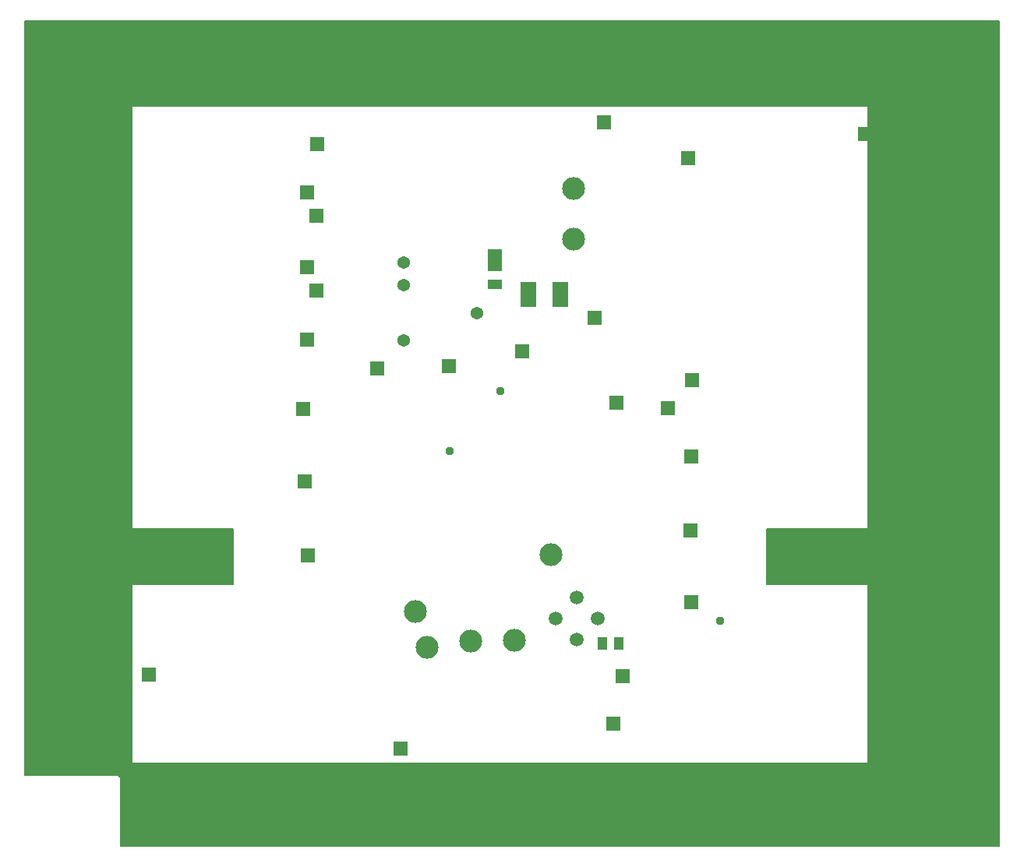
<source format=gbs>
G75*
%MOIN*%
%OFA0B0*%
%FSLAX25Y25*%
%IPPOS*%
%LPD*%
%AMOC8*
5,1,8,0,0,1.08239X$1,22.5*
%
%ADD10C,0.00600*%
%ADD11R,0.03950X0.05524*%
%ADD12C,0.05950*%
%ADD13C,0.09800*%
%ADD14R,0.05950X0.05950*%
%ADD15R,0.06312X0.09461*%
%ADD16R,0.06312X0.04343*%
%ADD17R,0.06784X0.10800*%
%ADD18R,0.06745X0.10800*%
%ADD19OC8,0.17635*%
%ADD20C,0.03778*%
%ADD21C,0.05392*%
D10*
X0109202Y0114713D02*
X0109202Y0149753D01*
X0113926Y0149753D01*
X0428887Y0149753D01*
X0428887Y0226524D01*
X0385580Y0226524D01*
X0385580Y0250146D01*
X0428887Y0250146D01*
X0428887Y0431249D01*
X0113926Y0431249D01*
X0113926Y0145028D01*
X0068257Y0145028D01*
X0068257Y0467469D01*
X0484792Y0467469D01*
X0484792Y0114713D01*
X0109202Y0114713D01*
X0109202Y0114839D02*
X0484792Y0114839D01*
X0484792Y0115437D02*
X0109202Y0115437D01*
X0109202Y0116036D02*
X0484792Y0116036D01*
X0484792Y0116634D02*
X0109202Y0116634D01*
X0109202Y0117233D02*
X0484792Y0117233D01*
X0484792Y0117831D02*
X0109202Y0117831D01*
X0109202Y0118430D02*
X0484792Y0118430D01*
X0484792Y0119028D02*
X0109202Y0119028D01*
X0109202Y0119627D02*
X0484792Y0119627D01*
X0484792Y0120225D02*
X0109202Y0120225D01*
X0109202Y0120824D02*
X0484792Y0120824D01*
X0484792Y0121422D02*
X0109202Y0121422D01*
X0109202Y0122021D02*
X0484792Y0122021D01*
X0484792Y0122619D02*
X0109202Y0122619D01*
X0109202Y0123218D02*
X0484792Y0123218D01*
X0484792Y0123816D02*
X0109202Y0123816D01*
X0109202Y0124415D02*
X0484792Y0124415D01*
X0484792Y0125013D02*
X0109202Y0125013D01*
X0109202Y0125612D02*
X0484792Y0125612D01*
X0484792Y0126210D02*
X0109202Y0126210D01*
X0109202Y0126809D02*
X0484792Y0126809D01*
X0484792Y0127407D02*
X0109202Y0127407D01*
X0109202Y0128006D02*
X0484792Y0128006D01*
X0484792Y0128604D02*
X0109202Y0128604D01*
X0109202Y0129203D02*
X0484792Y0129203D01*
X0484792Y0129801D02*
X0109202Y0129801D01*
X0109202Y0130400D02*
X0484792Y0130400D01*
X0484792Y0130998D02*
X0109202Y0130998D01*
X0109202Y0131597D02*
X0484792Y0131597D01*
X0484792Y0132195D02*
X0109202Y0132195D01*
X0109202Y0132794D02*
X0484792Y0132794D01*
X0484792Y0133392D02*
X0109202Y0133392D01*
X0109202Y0133991D02*
X0484792Y0133991D01*
X0484792Y0134589D02*
X0109202Y0134589D01*
X0109202Y0135188D02*
X0484792Y0135188D01*
X0484792Y0135786D02*
X0109202Y0135786D01*
X0109202Y0136385D02*
X0484792Y0136385D01*
X0484792Y0136984D02*
X0109202Y0136984D01*
X0109202Y0137582D02*
X0484792Y0137582D01*
X0484792Y0138181D02*
X0109202Y0138181D01*
X0109202Y0138779D02*
X0484792Y0138779D01*
X0484792Y0139378D02*
X0109202Y0139378D01*
X0109202Y0139976D02*
X0484792Y0139976D01*
X0484792Y0140575D02*
X0109202Y0140575D01*
X0109202Y0141173D02*
X0484792Y0141173D01*
X0484792Y0141772D02*
X0109202Y0141772D01*
X0109202Y0142370D02*
X0484792Y0142370D01*
X0484792Y0142969D02*
X0109202Y0142969D01*
X0109202Y0143567D02*
X0484792Y0143567D01*
X0484792Y0144166D02*
X0109202Y0144166D01*
X0109202Y0144764D02*
X0484792Y0144764D01*
X0484792Y0145363D02*
X0113926Y0145363D01*
X0108414Y0145363D01*
X0108414Y0145961D02*
X0113926Y0145961D01*
X0484792Y0145961D01*
X0484792Y0146560D02*
X0113926Y0146560D01*
X0108414Y0146560D01*
X0108414Y0147158D02*
X0113926Y0147158D01*
X0484792Y0147158D01*
X0484792Y0147757D02*
X0113926Y0147757D01*
X0108414Y0147757D01*
X0108414Y0148355D02*
X0113926Y0148355D01*
X0484792Y0148355D01*
X0484792Y0148954D02*
X0113926Y0148954D01*
X0108414Y0148954D01*
X0108414Y0149552D02*
X0113926Y0149552D01*
X0484792Y0149552D01*
X0484792Y0150151D02*
X0428887Y0150151D01*
X0428887Y0150749D02*
X0484792Y0150749D01*
X0484792Y0151348D02*
X0428887Y0151348D01*
X0428887Y0151946D02*
X0484792Y0151946D01*
X0484792Y0152545D02*
X0428887Y0152545D01*
X0428887Y0153143D02*
X0484792Y0153143D01*
X0484792Y0153742D02*
X0428887Y0153742D01*
X0428887Y0154340D02*
X0484792Y0154340D01*
X0484792Y0154939D02*
X0428887Y0154939D01*
X0428887Y0155537D02*
X0484792Y0155537D01*
X0484792Y0156136D02*
X0428887Y0156136D01*
X0428887Y0156734D02*
X0484792Y0156734D01*
X0484792Y0157333D02*
X0428887Y0157333D01*
X0428887Y0157931D02*
X0484792Y0157931D01*
X0484792Y0158530D02*
X0428887Y0158530D01*
X0428887Y0159128D02*
X0484792Y0159128D01*
X0484792Y0159727D02*
X0428887Y0159727D01*
X0428887Y0160325D02*
X0484792Y0160325D01*
X0484792Y0160924D02*
X0428887Y0160924D01*
X0428887Y0161522D02*
X0484792Y0161522D01*
X0484792Y0162121D02*
X0428887Y0162121D01*
X0428887Y0162720D02*
X0484792Y0162720D01*
X0484792Y0163318D02*
X0428887Y0163318D01*
X0428887Y0163917D02*
X0484792Y0163917D01*
X0484792Y0164515D02*
X0428887Y0164515D01*
X0428887Y0165114D02*
X0484792Y0165114D01*
X0484792Y0165712D02*
X0428887Y0165712D01*
X0428887Y0166311D02*
X0484792Y0166311D01*
X0484792Y0166909D02*
X0428887Y0166909D01*
X0428887Y0167508D02*
X0484792Y0167508D01*
X0484792Y0168106D02*
X0428887Y0168106D01*
X0428887Y0168705D02*
X0484792Y0168705D01*
X0484792Y0169303D02*
X0428887Y0169303D01*
X0428887Y0169902D02*
X0484792Y0169902D01*
X0484792Y0170500D02*
X0428887Y0170500D01*
X0428887Y0171099D02*
X0484792Y0171099D01*
X0484792Y0171697D02*
X0428887Y0171697D01*
X0428887Y0172296D02*
X0484792Y0172296D01*
X0484792Y0172894D02*
X0428887Y0172894D01*
X0428887Y0173493D02*
X0484792Y0173493D01*
X0484792Y0174091D02*
X0428887Y0174091D01*
X0428887Y0174690D02*
X0484792Y0174690D01*
X0484792Y0175288D02*
X0428887Y0175288D01*
X0428887Y0175887D02*
X0484792Y0175887D01*
X0484792Y0176485D02*
X0428887Y0176485D01*
X0428887Y0177084D02*
X0484792Y0177084D01*
X0484792Y0177682D02*
X0428887Y0177682D01*
X0428887Y0178281D02*
X0484792Y0178281D01*
X0484792Y0178879D02*
X0428887Y0178879D01*
X0428887Y0179478D02*
X0484792Y0179478D01*
X0484792Y0180076D02*
X0428887Y0180076D01*
X0428887Y0180675D02*
X0484792Y0180675D01*
X0484792Y0181273D02*
X0428887Y0181273D01*
X0428887Y0181872D02*
X0484792Y0181872D01*
X0484792Y0182470D02*
X0428887Y0182470D01*
X0428887Y0183069D02*
X0484792Y0183069D01*
X0484792Y0183667D02*
X0428887Y0183667D01*
X0428887Y0184266D02*
X0484792Y0184266D01*
X0484792Y0184864D02*
X0428887Y0184864D01*
X0428887Y0185463D02*
X0484792Y0185463D01*
X0484792Y0186061D02*
X0428887Y0186061D01*
X0428887Y0186660D02*
X0484792Y0186660D01*
X0484792Y0187258D02*
X0428887Y0187258D01*
X0428887Y0187857D02*
X0484792Y0187857D01*
X0484792Y0188455D02*
X0428887Y0188455D01*
X0428887Y0189054D02*
X0484792Y0189054D01*
X0484792Y0189653D02*
X0428887Y0189653D01*
X0428887Y0190251D02*
X0484792Y0190251D01*
X0484792Y0190850D02*
X0428887Y0190850D01*
X0428887Y0191448D02*
X0484792Y0191448D01*
X0484792Y0192047D02*
X0428887Y0192047D01*
X0428887Y0192645D02*
X0484792Y0192645D01*
X0484792Y0193244D02*
X0428887Y0193244D01*
X0428887Y0193842D02*
X0484792Y0193842D01*
X0484792Y0194441D02*
X0428887Y0194441D01*
X0428887Y0195039D02*
X0484792Y0195039D01*
X0484792Y0195638D02*
X0428887Y0195638D01*
X0428887Y0196236D02*
X0484792Y0196236D01*
X0484792Y0196835D02*
X0428887Y0196835D01*
X0428887Y0197433D02*
X0484792Y0197433D01*
X0484792Y0198032D02*
X0428887Y0198032D01*
X0428887Y0198630D02*
X0484792Y0198630D01*
X0484792Y0199229D02*
X0428887Y0199229D01*
X0428887Y0199827D02*
X0484792Y0199827D01*
X0484792Y0200426D02*
X0428887Y0200426D01*
X0428887Y0201024D02*
X0484792Y0201024D01*
X0484792Y0201623D02*
X0428887Y0201623D01*
X0428887Y0202221D02*
X0484792Y0202221D01*
X0484792Y0202820D02*
X0428887Y0202820D01*
X0428887Y0203418D02*
X0484792Y0203418D01*
X0484792Y0204017D02*
X0428887Y0204017D01*
X0428887Y0204615D02*
X0484792Y0204615D01*
X0484792Y0205214D02*
X0428887Y0205214D01*
X0428887Y0205812D02*
X0484792Y0205812D01*
X0484792Y0206411D02*
X0428887Y0206411D01*
X0428887Y0207009D02*
X0484792Y0207009D01*
X0484792Y0207608D02*
X0428887Y0207608D01*
X0428887Y0208206D02*
X0484792Y0208206D01*
X0484792Y0208805D02*
X0428887Y0208805D01*
X0428887Y0209403D02*
X0484792Y0209403D01*
X0484792Y0210002D02*
X0428887Y0210002D01*
X0428887Y0210600D02*
X0484792Y0210600D01*
X0484792Y0211199D02*
X0428887Y0211199D01*
X0428887Y0211797D02*
X0484792Y0211797D01*
X0484792Y0212396D02*
X0428887Y0212396D01*
X0428887Y0212994D02*
X0484792Y0212994D01*
X0484792Y0213593D02*
X0428887Y0213593D01*
X0428887Y0214191D02*
X0484792Y0214191D01*
X0484792Y0214790D02*
X0428887Y0214790D01*
X0428887Y0215388D02*
X0484792Y0215388D01*
X0484792Y0215987D02*
X0428887Y0215987D01*
X0428887Y0216586D02*
X0484792Y0216586D01*
X0484792Y0217184D02*
X0428887Y0217184D01*
X0428887Y0217783D02*
X0484792Y0217783D01*
X0484792Y0218381D02*
X0428887Y0218381D01*
X0428887Y0218980D02*
X0484792Y0218980D01*
X0484792Y0219578D02*
X0428887Y0219578D01*
X0428887Y0220177D02*
X0484792Y0220177D01*
X0484792Y0220775D02*
X0428887Y0220775D01*
X0428887Y0221374D02*
X0484792Y0221374D01*
X0484792Y0221972D02*
X0428887Y0221972D01*
X0428887Y0222571D02*
X0484792Y0222571D01*
X0484792Y0223169D02*
X0428887Y0223169D01*
X0428887Y0223768D02*
X0484792Y0223768D01*
X0484792Y0224366D02*
X0428887Y0224366D01*
X0428887Y0224965D02*
X0484792Y0224965D01*
X0484792Y0225563D02*
X0428887Y0225563D01*
X0428887Y0226162D02*
X0484792Y0226162D01*
X0484792Y0226760D02*
X0385580Y0226760D01*
X0385580Y0227359D02*
X0484792Y0227359D01*
X0484792Y0227957D02*
X0385580Y0227957D01*
X0385580Y0228556D02*
X0484792Y0228556D01*
X0484792Y0229154D02*
X0385580Y0229154D01*
X0385580Y0229753D02*
X0484792Y0229753D01*
X0484792Y0230351D02*
X0385580Y0230351D01*
X0385580Y0230950D02*
X0484792Y0230950D01*
X0484792Y0231548D02*
X0385580Y0231548D01*
X0385580Y0232147D02*
X0484792Y0232147D01*
X0484792Y0232745D02*
X0385580Y0232745D01*
X0385580Y0233344D02*
X0484792Y0233344D01*
X0484792Y0233942D02*
X0385580Y0233942D01*
X0385580Y0234541D02*
X0484792Y0234541D01*
X0484792Y0235139D02*
X0385580Y0235139D01*
X0385580Y0235738D02*
X0484792Y0235738D01*
X0484792Y0236336D02*
X0385580Y0236336D01*
X0385580Y0236935D02*
X0484792Y0236935D01*
X0484792Y0237533D02*
X0385580Y0237533D01*
X0385580Y0238132D02*
X0484792Y0238132D01*
X0484792Y0238730D02*
X0385580Y0238730D01*
X0385580Y0239329D02*
X0484792Y0239329D01*
X0484792Y0239927D02*
X0385580Y0239927D01*
X0385580Y0240526D02*
X0484792Y0240526D01*
X0484792Y0241124D02*
X0385580Y0241124D01*
X0385580Y0241723D02*
X0484792Y0241723D01*
X0484792Y0242322D02*
X0385580Y0242322D01*
X0385580Y0242920D02*
X0484792Y0242920D01*
X0484792Y0243519D02*
X0385580Y0243519D01*
X0385580Y0244117D02*
X0484792Y0244117D01*
X0484792Y0244716D02*
X0385580Y0244716D01*
X0385580Y0245314D02*
X0484792Y0245314D01*
X0484792Y0245913D02*
X0385580Y0245913D01*
X0385580Y0246511D02*
X0484792Y0246511D01*
X0484792Y0247110D02*
X0385580Y0247110D01*
X0385580Y0247708D02*
X0484792Y0247708D01*
X0484792Y0248307D02*
X0385580Y0248307D01*
X0385580Y0248905D02*
X0484792Y0248905D01*
X0484792Y0249504D02*
X0385580Y0249504D01*
X0385580Y0250102D02*
X0484792Y0250102D01*
X0484792Y0250701D02*
X0428887Y0250701D01*
X0428887Y0251299D02*
X0484792Y0251299D01*
X0484792Y0251898D02*
X0428887Y0251898D01*
X0428887Y0252496D02*
X0484792Y0252496D01*
X0484792Y0253095D02*
X0428887Y0253095D01*
X0428887Y0253693D02*
X0484792Y0253693D01*
X0484792Y0254292D02*
X0428887Y0254292D01*
X0428887Y0254890D02*
X0484792Y0254890D01*
X0484792Y0255489D02*
X0428887Y0255489D01*
X0428887Y0256087D02*
X0484792Y0256087D01*
X0484792Y0256686D02*
X0428887Y0256686D01*
X0428887Y0257284D02*
X0484792Y0257284D01*
X0484792Y0257883D02*
X0428887Y0257883D01*
X0428887Y0258481D02*
X0484792Y0258481D01*
X0484792Y0259080D02*
X0428887Y0259080D01*
X0428887Y0259678D02*
X0484792Y0259678D01*
X0484792Y0260277D02*
X0428887Y0260277D01*
X0428887Y0260875D02*
X0484792Y0260875D01*
X0484792Y0261474D02*
X0428887Y0261474D01*
X0428887Y0262072D02*
X0484792Y0262072D01*
X0484792Y0262671D02*
X0428887Y0262671D01*
X0428887Y0263269D02*
X0484792Y0263269D01*
X0484792Y0263868D02*
X0428887Y0263868D01*
X0428887Y0264466D02*
X0484792Y0264466D01*
X0484792Y0265065D02*
X0428887Y0265065D01*
X0428887Y0265663D02*
X0484792Y0265663D01*
X0484792Y0266262D02*
X0428887Y0266262D01*
X0428887Y0266860D02*
X0484792Y0266860D01*
X0484792Y0267459D02*
X0428887Y0267459D01*
X0428887Y0268057D02*
X0484792Y0268057D01*
X0484792Y0268656D02*
X0428887Y0268656D01*
X0428887Y0269255D02*
X0484792Y0269255D01*
X0484792Y0269853D02*
X0428887Y0269853D01*
X0428887Y0270452D02*
X0484792Y0270452D01*
X0484792Y0271050D02*
X0428887Y0271050D01*
X0428887Y0271649D02*
X0484792Y0271649D01*
X0484792Y0272247D02*
X0428887Y0272247D01*
X0428887Y0272846D02*
X0484792Y0272846D01*
X0484792Y0273444D02*
X0428887Y0273444D01*
X0428887Y0274043D02*
X0484792Y0274043D01*
X0484792Y0274641D02*
X0428887Y0274641D01*
X0428887Y0275240D02*
X0484792Y0275240D01*
X0484792Y0275838D02*
X0428887Y0275838D01*
X0428887Y0276437D02*
X0484792Y0276437D01*
X0484792Y0277035D02*
X0428887Y0277035D01*
X0428887Y0277634D02*
X0484792Y0277634D01*
X0484792Y0278232D02*
X0428887Y0278232D01*
X0428887Y0278831D02*
X0484792Y0278831D01*
X0484792Y0279429D02*
X0428887Y0279429D01*
X0428887Y0280028D02*
X0484792Y0280028D01*
X0484792Y0280626D02*
X0428887Y0280626D01*
X0428887Y0281225D02*
X0484792Y0281225D01*
X0484792Y0281823D02*
X0428887Y0281823D01*
X0428887Y0282422D02*
X0484792Y0282422D01*
X0484792Y0283020D02*
X0428887Y0283020D01*
X0428887Y0283619D02*
X0484792Y0283619D01*
X0484792Y0284217D02*
X0428887Y0284217D01*
X0428887Y0284816D02*
X0484792Y0284816D01*
X0484792Y0285414D02*
X0428887Y0285414D01*
X0428887Y0286013D02*
X0484792Y0286013D01*
X0484792Y0286611D02*
X0428887Y0286611D01*
X0428887Y0287210D02*
X0484792Y0287210D01*
X0484792Y0287808D02*
X0428887Y0287808D01*
X0428887Y0288407D02*
X0484792Y0288407D01*
X0484792Y0289005D02*
X0428887Y0289005D01*
X0428887Y0289604D02*
X0484792Y0289604D01*
X0484792Y0290202D02*
X0428887Y0290202D01*
X0428887Y0290801D02*
X0484792Y0290801D01*
X0484792Y0291399D02*
X0428887Y0291399D01*
X0428887Y0291998D02*
X0484792Y0291998D01*
X0484792Y0292596D02*
X0428887Y0292596D01*
X0428887Y0293195D02*
X0484792Y0293195D01*
X0484792Y0293793D02*
X0428887Y0293793D01*
X0428887Y0294392D02*
X0484792Y0294392D01*
X0484792Y0294991D02*
X0428887Y0294991D01*
X0428887Y0295589D02*
X0484792Y0295589D01*
X0484792Y0296188D02*
X0428887Y0296188D01*
X0428887Y0296786D02*
X0484792Y0296786D01*
X0484792Y0297385D02*
X0428887Y0297385D01*
X0428887Y0297983D02*
X0484792Y0297983D01*
X0484792Y0298582D02*
X0428887Y0298582D01*
X0428887Y0299180D02*
X0484792Y0299180D01*
X0484792Y0299779D02*
X0428887Y0299779D01*
X0428887Y0300377D02*
X0484792Y0300377D01*
X0484792Y0300976D02*
X0428887Y0300976D01*
X0428887Y0301574D02*
X0484792Y0301574D01*
X0484792Y0302173D02*
X0428887Y0302173D01*
X0428887Y0302771D02*
X0484792Y0302771D01*
X0484792Y0303370D02*
X0428887Y0303370D01*
X0428887Y0303968D02*
X0484792Y0303968D01*
X0484792Y0304567D02*
X0428887Y0304567D01*
X0428887Y0305165D02*
X0484792Y0305165D01*
X0484792Y0305764D02*
X0428887Y0305764D01*
X0428887Y0306362D02*
X0484792Y0306362D01*
X0484792Y0306961D02*
X0428887Y0306961D01*
X0428887Y0307559D02*
X0484792Y0307559D01*
X0484792Y0308158D02*
X0428887Y0308158D01*
X0428887Y0308756D02*
X0484792Y0308756D01*
X0484792Y0309355D02*
X0428887Y0309355D01*
X0428887Y0309953D02*
X0484792Y0309953D01*
X0484792Y0310552D02*
X0428887Y0310552D01*
X0428887Y0311150D02*
X0484792Y0311150D01*
X0484792Y0311749D02*
X0428887Y0311749D01*
X0428887Y0312347D02*
X0484792Y0312347D01*
X0484792Y0312946D02*
X0428887Y0312946D01*
X0428887Y0313544D02*
X0484792Y0313544D01*
X0484792Y0314143D02*
X0428887Y0314143D01*
X0428887Y0314741D02*
X0484792Y0314741D01*
X0484792Y0315340D02*
X0428887Y0315340D01*
X0428887Y0315938D02*
X0484792Y0315938D01*
X0484792Y0316537D02*
X0428887Y0316537D01*
X0428887Y0317135D02*
X0484792Y0317135D01*
X0484792Y0317734D02*
X0428887Y0317734D01*
X0428887Y0318332D02*
X0484792Y0318332D01*
X0484792Y0318931D02*
X0428887Y0318931D01*
X0428887Y0319529D02*
X0484792Y0319529D01*
X0484792Y0320128D02*
X0428887Y0320128D01*
X0428887Y0320726D02*
X0484792Y0320726D01*
X0484792Y0321325D02*
X0428887Y0321325D01*
X0428887Y0321924D02*
X0484792Y0321924D01*
X0484792Y0322522D02*
X0428887Y0322522D01*
X0428887Y0323121D02*
X0484792Y0323121D01*
X0484792Y0323719D02*
X0428887Y0323719D01*
X0428887Y0324318D02*
X0484792Y0324318D01*
X0484792Y0324916D02*
X0428887Y0324916D01*
X0428887Y0325515D02*
X0484792Y0325515D01*
X0484792Y0326113D02*
X0428887Y0326113D01*
X0428887Y0326712D02*
X0484792Y0326712D01*
X0484792Y0327310D02*
X0428887Y0327310D01*
X0428887Y0327909D02*
X0484792Y0327909D01*
X0484792Y0328507D02*
X0428887Y0328507D01*
X0428887Y0329106D02*
X0484792Y0329106D01*
X0484792Y0329704D02*
X0428887Y0329704D01*
X0428887Y0330303D02*
X0484792Y0330303D01*
X0484792Y0330901D02*
X0428887Y0330901D01*
X0428887Y0331500D02*
X0484792Y0331500D01*
X0484792Y0332098D02*
X0428887Y0332098D01*
X0428887Y0332697D02*
X0484792Y0332697D01*
X0484792Y0333295D02*
X0428887Y0333295D01*
X0428887Y0333894D02*
X0484792Y0333894D01*
X0484792Y0334492D02*
X0428887Y0334492D01*
X0428887Y0335091D02*
X0484792Y0335091D01*
X0484792Y0335689D02*
X0428887Y0335689D01*
X0428887Y0336288D02*
X0484792Y0336288D01*
X0484792Y0336886D02*
X0428887Y0336886D01*
X0428887Y0337485D02*
X0484792Y0337485D01*
X0484792Y0338083D02*
X0428887Y0338083D01*
X0428887Y0338682D02*
X0484792Y0338682D01*
X0484792Y0339280D02*
X0428887Y0339280D01*
X0428887Y0339879D02*
X0484792Y0339879D01*
X0484792Y0340477D02*
X0428887Y0340477D01*
X0428887Y0341076D02*
X0484792Y0341076D01*
X0484792Y0341674D02*
X0428887Y0341674D01*
X0428887Y0342273D02*
X0484792Y0342273D01*
X0484792Y0342871D02*
X0428887Y0342871D01*
X0428887Y0343470D02*
X0484792Y0343470D01*
X0484792Y0344068D02*
X0428887Y0344068D01*
X0428887Y0344667D02*
X0484792Y0344667D01*
X0484792Y0345265D02*
X0428887Y0345265D01*
X0428887Y0345864D02*
X0484792Y0345864D01*
X0484792Y0346462D02*
X0428887Y0346462D01*
X0428887Y0347061D02*
X0484792Y0347061D01*
X0484792Y0347659D02*
X0428887Y0347659D01*
X0428887Y0348258D02*
X0484792Y0348258D01*
X0484792Y0348857D02*
X0428887Y0348857D01*
X0428887Y0349455D02*
X0484792Y0349455D01*
X0484792Y0350054D02*
X0428887Y0350054D01*
X0428887Y0350652D02*
X0484792Y0350652D01*
X0484792Y0351251D02*
X0428887Y0351251D01*
X0428887Y0351849D02*
X0484792Y0351849D01*
X0484792Y0352448D02*
X0428887Y0352448D01*
X0428887Y0353046D02*
X0484792Y0353046D01*
X0484792Y0353645D02*
X0428887Y0353645D01*
X0428887Y0354243D02*
X0484792Y0354243D01*
X0484792Y0354842D02*
X0428887Y0354842D01*
X0428887Y0355440D02*
X0484792Y0355440D01*
X0484792Y0356039D02*
X0428887Y0356039D01*
X0428887Y0356637D02*
X0484792Y0356637D01*
X0484792Y0357236D02*
X0428887Y0357236D01*
X0428887Y0357834D02*
X0484792Y0357834D01*
X0484792Y0358433D02*
X0428887Y0358433D01*
X0428887Y0359031D02*
X0484792Y0359031D01*
X0484792Y0359630D02*
X0428887Y0359630D01*
X0428887Y0360228D02*
X0484792Y0360228D01*
X0484792Y0360827D02*
X0428887Y0360827D01*
X0428887Y0361425D02*
X0484792Y0361425D01*
X0484792Y0362024D02*
X0428887Y0362024D01*
X0428887Y0362622D02*
X0484792Y0362622D01*
X0484792Y0363221D02*
X0428887Y0363221D01*
X0428887Y0363819D02*
X0484792Y0363819D01*
X0484792Y0364418D02*
X0428887Y0364418D01*
X0428887Y0365016D02*
X0484792Y0365016D01*
X0484792Y0365615D02*
X0428887Y0365615D01*
X0428887Y0366213D02*
X0484792Y0366213D01*
X0484792Y0366812D02*
X0428887Y0366812D01*
X0428887Y0367410D02*
X0484792Y0367410D01*
X0484792Y0368009D02*
X0428887Y0368009D01*
X0428887Y0368607D02*
X0484792Y0368607D01*
X0484792Y0369206D02*
X0428887Y0369206D01*
X0428887Y0369804D02*
X0484792Y0369804D01*
X0484792Y0370403D02*
X0428887Y0370403D01*
X0428887Y0371001D02*
X0484792Y0371001D01*
X0484792Y0371600D02*
X0428887Y0371600D01*
X0428887Y0372198D02*
X0484792Y0372198D01*
X0484792Y0372797D02*
X0428887Y0372797D01*
X0428887Y0373395D02*
X0484792Y0373395D01*
X0484792Y0373994D02*
X0428887Y0373994D01*
X0428887Y0374593D02*
X0484792Y0374593D01*
X0484792Y0375191D02*
X0428887Y0375191D01*
X0428887Y0375790D02*
X0484792Y0375790D01*
X0484792Y0376388D02*
X0428887Y0376388D01*
X0428887Y0376987D02*
X0484792Y0376987D01*
X0484792Y0377585D02*
X0428887Y0377585D01*
X0428887Y0378184D02*
X0484792Y0378184D01*
X0484792Y0378782D02*
X0428887Y0378782D01*
X0428887Y0379381D02*
X0484792Y0379381D01*
X0484792Y0379979D02*
X0428887Y0379979D01*
X0428887Y0380578D02*
X0484792Y0380578D01*
X0484792Y0381176D02*
X0428887Y0381176D01*
X0428887Y0381775D02*
X0484792Y0381775D01*
X0484792Y0382373D02*
X0428887Y0382373D01*
X0428887Y0382972D02*
X0484792Y0382972D01*
X0484792Y0383570D02*
X0428887Y0383570D01*
X0428887Y0384169D02*
X0484792Y0384169D01*
X0484792Y0384767D02*
X0428887Y0384767D01*
X0428887Y0385366D02*
X0484792Y0385366D01*
X0484792Y0385964D02*
X0428887Y0385964D01*
X0428887Y0386563D02*
X0484792Y0386563D01*
X0484792Y0387161D02*
X0428887Y0387161D01*
X0428887Y0387760D02*
X0484792Y0387760D01*
X0484792Y0388358D02*
X0428887Y0388358D01*
X0428887Y0388957D02*
X0484792Y0388957D01*
X0484792Y0389555D02*
X0428887Y0389555D01*
X0428887Y0390154D02*
X0484792Y0390154D01*
X0484792Y0390752D02*
X0428887Y0390752D01*
X0428887Y0391351D02*
X0484792Y0391351D01*
X0484792Y0391949D02*
X0428887Y0391949D01*
X0428887Y0392548D02*
X0484792Y0392548D01*
X0484792Y0393146D02*
X0428887Y0393146D01*
X0428887Y0393745D02*
X0484792Y0393745D01*
X0484792Y0394343D02*
X0428887Y0394343D01*
X0428887Y0394942D02*
X0484792Y0394942D01*
X0484792Y0395540D02*
X0428887Y0395540D01*
X0428887Y0396139D02*
X0484792Y0396139D01*
X0484792Y0396737D02*
X0428887Y0396737D01*
X0428887Y0397336D02*
X0484792Y0397336D01*
X0484792Y0397934D02*
X0428887Y0397934D01*
X0428887Y0398533D02*
X0484792Y0398533D01*
X0484792Y0399131D02*
X0428887Y0399131D01*
X0428887Y0399730D02*
X0484792Y0399730D01*
X0484792Y0400328D02*
X0428887Y0400328D01*
X0428887Y0400927D02*
X0484792Y0400927D01*
X0484792Y0401526D02*
X0428887Y0401526D01*
X0428887Y0402124D02*
X0484792Y0402124D01*
X0484792Y0402723D02*
X0428887Y0402723D01*
X0428887Y0403321D02*
X0484792Y0403321D01*
X0484792Y0403920D02*
X0428887Y0403920D01*
X0428887Y0404518D02*
X0484792Y0404518D01*
X0484792Y0405117D02*
X0428887Y0405117D01*
X0428887Y0405715D02*
X0484792Y0405715D01*
X0484792Y0406314D02*
X0428887Y0406314D01*
X0428887Y0406912D02*
X0484792Y0406912D01*
X0484792Y0407511D02*
X0428887Y0407511D01*
X0428887Y0408109D02*
X0484792Y0408109D01*
X0484792Y0408708D02*
X0428887Y0408708D01*
X0428887Y0409306D02*
X0484792Y0409306D01*
X0484792Y0409905D02*
X0428887Y0409905D01*
X0428887Y0410503D02*
X0484792Y0410503D01*
X0484792Y0411102D02*
X0428887Y0411102D01*
X0428887Y0411700D02*
X0484792Y0411700D01*
X0484792Y0412299D02*
X0428887Y0412299D01*
X0428887Y0412897D02*
X0484792Y0412897D01*
X0484792Y0413496D02*
X0428887Y0413496D01*
X0428887Y0414094D02*
X0484792Y0414094D01*
X0484792Y0414693D02*
X0428887Y0414693D01*
X0428887Y0415291D02*
X0484792Y0415291D01*
X0484792Y0415890D02*
X0428887Y0415890D01*
X0428887Y0416488D02*
X0484792Y0416488D01*
X0484792Y0417087D02*
X0428887Y0417087D01*
X0428887Y0417685D02*
X0484792Y0417685D01*
X0484792Y0418284D02*
X0428887Y0418284D01*
X0428887Y0418882D02*
X0484792Y0418882D01*
X0484792Y0419481D02*
X0428887Y0419481D01*
X0428887Y0420079D02*
X0484792Y0420079D01*
X0484792Y0420678D02*
X0428887Y0420678D01*
X0428887Y0421276D02*
X0484792Y0421276D01*
X0484792Y0421875D02*
X0428887Y0421875D01*
X0428887Y0422473D02*
X0484792Y0422473D01*
X0484792Y0423072D02*
X0428887Y0423072D01*
X0428887Y0423670D02*
X0484792Y0423670D01*
X0484792Y0424269D02*
X0428887Y0424269D01*
X0428887Y0424867D02*
X0484792Y0424867D01*
X0484792Y0425466D02*
X0428887Y0425466D01*
X0428887Y0426064D02*
X0484792Y0426064D01*
X0484792Y0426663D02*
X0428887Y0426663D01*
X0428887Y0427262D02*
X0484792Y0427262D01*
X0484792Y0427860D02*
X0428887Y0427860D01*
X0428887Y0428459D02*
X0484792Y0428459D01*
X0484792Y0429057D02*
X0428887Y0429057D01*
X0428887Y0429656D02*
X0484792Y0429656D01*
X0484792Y0430254D02*
X0428887Y0430254D01*
X0428887Y0430853D02*
X0484792Y0430853D01*
X0484792Y0431451D02*
X0068257Y0431451D01*
X0068257Y0430853D02*
X0113926Y0430853D01*
X0113926Y0430254D02*
X0068257Y0430254D01*
X0068257Y0429656D02*
X0113926Y0429656D01*
X0113926Y0429057D02*
X0068257Y0429057D01*
X0068257Y0428459D02*
X0113926Y0428459D01*
X0113926Y0427860D02*
X0068257Y0427860D01*
X0068257Y0427262D02*
X0113926Y0427262D01*
X0113926Y0426663D02*
X0068257Y0426663D01*
X0068257Y0426064D02*
X0113926Y0426064D01*
X0113926Y0425466D02*
X0068257Y0425466D01*
X0068257Y0424867D02*
X0113926Y0424867D01*
X0113926Y0424269D02*
X0068257Y0424269D01*
X0068257Y0423670D02*
X0113926Y0423670D01*
X0113926Y0423072D02*
X0068257Y0423072D01*
X0068257Y0422473D02*
X0113926Y0422473D01*
X0113926Y0421875D02*
X0068257Y0421875D01*
X0068257Y0421276D02*
X0113926Y0421276D01*
X0113926Y0420678D02*
X0068257Y0420678D01*
X0068257Y0420079D02*
X0113926Y0420079D01*
X0113926Y0419481D02*
X0068257Y0419481D01*
X0068257Y0418882D02*
X0113926Y0418882D01*
X0113926Y0418284D02*
X0068257Y0418284D01*
X0068257Y0417685D02*
X0113926Y0417685D01*
X0113926Y0417087D02*
X0068257Y0417087D01*
X0068257Y0416488D02*
X0113926Y0416488D01*
X0113926Y0415890D02*
X0068257Y0415890D01*
X0068257Y0415291D02*
X0113926Y0415291D01*
X0113926Y0414693D02*
X0068257Y0414693D01*
X0068257Y0414094D02*
X0113926Y0414094D01*
X0113926Y0413496D02*
X0068257Y0413496D01*
X0068257Y0412897D02*
X0113926Y0412897D01*
X0113926Y0412299D02*
X0068257Y0412299D01*
X0068257Y0411700D02*
X0113926Y0411700D01*
X0113926Y0411102D02*
X0068257Y0411102D01*
X0068257Y0410503D02*
X0113926Y0410503D01*
X0113926Y0409905D02*
X0068257Y0409905D01*
X0068257Y0409306D02*
X0113926Y0409306D01*
X0113926Y0408708D02*
X0068257Y0408708D01*
X0068257Y0408109D02*
X0113926Y0408109D01*
X0113926Y0407511D02*
X0068257Y0407511D01*
X0068257Y0406912D02*
X0113926Y0406912D01*
X0113926Y0406314D02*
X0068257Y0406314D01*
X0068257Y0405715D02*
X0113926Y0405715D01*
X0113926Y0405117D02*
X0068257Y0405117D01*
X0068257Y0404518D02*
X0113926Y0404518D01*
X0113926Y0403920D02*
X0068257Y0403920D01*
X0068257Y0403321D02*
X0113926Y0403321D01*
X0113926Y0402723D02*
X0068257Y0402723D01*
X0068257Y0402124D02*
X0113926Y0402124D01*
X0113926Y0401526D02*
X0068257Y0401526D01*
X0068257Y0400927D02*
X0113926Y0400927D01*
X0113926Y0400328D02*
X0068257Y0400328D01*
X0068257Y0399730D02*
X0113926Y0399730D01*
X0113926Y0399131D02*
X0068257Y0399131D01*
X0068257Y0398533D02*
X0113926Y0398533D01*
X0113926Y0397934D02*
X0068257Y0397934D01*
X0068257Y0397336D02*
X0113926Y0397336D01*
X0113926Y0396737D02*
X0068257Y0396737D01*
X0068257Y0396139D02*
X0113926Y0396139D01*
X0113926Y0395540D02*
X0068257Y0395540D01*
X0068257Y0394942D02*
X0113926Y0394942D01*
X0113926Y0394343D02*
X0068257Y0394343D01*
X0068257Y0393745D02*
X0113926Y0393745D01*
X0113926Y0393146D02*
X0068257Y0393146D01*
X0068257Y0392548D02*
X0113926Y0392548D01*
X0113926Y0391949D02*
X0068257Y0391949D01*
X0068257Y0391351D02*
X0113926Y0391351D01*
X0113926Y0390752D02*
X0068257Y0390752D01*
X0068257Y0390154D02*
X0113926Y0390154D01*
X0113926Y0389555D02*
X0068257Y0389555D01*
X0068257Y0388957D02*
X0113926Y0388957D01*
X0113926Y0388358D02*
X0068257Y0388358D01*
X0068257Y0387760D02*
X0113926Y0387760D01*
X0113926Y0387161D02*
X0068257Y0387161D01*
X0068257Y0386563D02*
X0113926Y0386563D01*
X0113926Y0385964D02*
X0068257Y0385964D01*
X0068257Y0385366D02*
X0113926Y0385366D01*
X0113926Y0384767D02*
X0068257Y0384767D01*
X0068257Y0384169D02*
X0113926Y0384169D01*
X0113926Y0383570D02*
X0068257Y0383570D01*
X0068257Y0382972D02*
X0113926Y0382972D01*
X0113926Y0382373D02*
X0068257Y0382373D01*
X0068257Y0381775D02*
X0113926Y0381775D01*
X0113926Y0381176D02*
X0068257Y0381176D01*
X0068257Y0380578D02*
X0113926Y0380578D01*
X0113926Y0379979D02*
X0068257Y0379979D01*
X0068257Y0379381D02*
X0113926Y0379381D01*
X0113926Y0378782D02*
X0068257Y0378782D01*
X0068257Y0378184D02*
X0113926Y0378184D01*
X0113926Y0377585D02*
X0068257Y0377585D01*
X0068257Y0376987D02*
X0113926Y0376987D01*
X0113926Y0376388D02*
X0068257Y0376388D01*
X0068257Y0375790D02*
X0113926Y0375790D01*
X0113926Y0375191D02*
X0068257Y0375191D01*
X0068257Y0374593D02*
X0113926Y0374593D01*
X0113926Y0373994D02*
X0068257Y0373994D01*
X0068257Y0373395D02*
X0113926Y0373395D01*
X0113926Y0372797D02*
X0068257Y0372797D01*
X0068257Y0372198D02*
X0113926Y0372198D01*
X0113926Y0371600D02*
X0068257Y0371600D01*
X0068257Y0371001D02*
X0113926Y0371001D01*
X0113926Y0370403D02*
X0068257Y0370403D01*
X0068257Y0369804D02*
X0113926Y0369804D01*
X0113926Y0369206D02*
X0068257Y0369206D01*
X0068257Y0368607D02*
X0113926Y0368607D01*
X0113926Y0368009D02*
X0068257Y0368009D01*
X0068257Y0367410D02*
X0113926Y0367410D01*
X0113926Y0366812D02*
X0068257Y0366812D01*
X0068257Y0366213D02*
X0113926Y0366213D01*
X0113926Y0365615D02*
X0068257Y0365615D01*
X0068257Y0365016D02*
X0113926Y0365016D01*
X0113926Y0364418D02*
X0068257Y0364418D01*
X0068257Y0363819D02*
X0113926Y0363819D01*
X0113926Y0363221D02*
X0068257Y0363221D01*
X0068257Y0362622D02*
X0113926Y0362622D01*
X0113926Y0362024D02*
X0068257Y0362024D01*
X0068257Y0361425D02*
X0113926Y0361425D01*
X0113926Y0360827D02*
X0068257Y0360827D01*
X0068257Y0360228D02*
X0113926Y0360228D01*
X0113926Y0359630D02*
X0068257Y0359630D01*
X0068257Y0359031D02*
X0113926Y0359031D01*
X0113926Y0358433D02*
X0068257Y0358433D01*
X0068257Y0357834D02*
X0113926Y0357834D01*
X0113926Y0357236D02*
X0068257Y0357236D01*
X0068257Y0356637D02*
X0113926Y0356637D01*
X0113926Y0356039D02*
X0068257Y0356039D01*
X0068257Y0355440D02*
X0113926Y0355440D01*
X0113926Y0354842D02*
X0068257Y0354842D01*
X0068257Y0354243D02*
X0113926Y0354243D01*
X0113926Y0353645D02*
X0068257Y0353645D01*
X0068257Y0353046D02*
X0113926Y0353046D01*
X0113926Y0352448D02*
X0068257Y0352448D01*
X0068257Y0351849D02*
X0113926Y0351849D01*
X0113926Y0351251D02*
X0068257Y0351251D01*
X0068257Y0350652D02*
X0113926Y0350652D01*
X0113926Y0350054D02*
X0068257Y0350054D01*
X0068257Y0349455D02*
X0113926Y0349455D01*
X0113926Y0348857D02*
X0068257Y0348857D01*
X0068257Y0348258D02*
X0113926Y0348258D01*
X0113926Y0347659D02*
X0068257Y0347659D01*
X0068257Y0347061D02*
X0113926Y0347061D01*
X0113926Y0346462D02*
X0068257Y0346462D01*
X0068257Y0345864D02*
X0113926Y0345864D01*
X0113926Y0345265D02*
X0068257Y0345265D01*
X0068257Y0344667D02*
X0113926Y0344667D01*
X0113926Y0344068D02*
X0068257Y0344068D01*
X0068257Y0343470D02*
X0113926Y0343470D01*
X0113926Y0342871D02*
X0068257Y0342871D01*
X0068257Y0342273D02*
X0113926Y0342273D01*
X0113926Y0341674D02*
X0068257Y0341674D01*
X0068257Y0341076D02*
X0113926Y0341076D01*
X0113926Y0340477D02*
X0068257Y0340477D01*
X0068257Y0339879D02*
X0113926Y0339879D01*
X0113926Y0339280D02*
X0068257Y0339280D01*
X0068257Y0338682D02*
X0113926Y0338682D01*
X0113926Y0338083D02*
X0068257Y0338083D01*
X0068257Y0337485D02*
X0113926Y0337485D01*
X0113926Y0336886D02*
X0068257Y0336886D01*
X0068257Y0336288D02*
X0113926Y0336288D01*
X0113926Y0335689D02*
X0068257Y0335689D01*
X0068257Y0335091D02*
X0113926Y0335091D01*
X0113926Y0334492D02*
X0068257Y0334492D01*
X0068257Y0333894D02*
X0113926Y0333894D01*
X0113926Y0333295D02*
X0068257Y0333295D01*
X0068257Y0332697D02*
X0113926Y0332697D01*
X0113926Y0332098D02*
X0068257Y0332098D01*
X0068257Y0331500D02*
X0113926Y0331500D01*
X0113926Y0330901D02*
X0068257Y0330901D01*
X0068257Y0330303D02*
X0113926Y0330303D01*
X0113926Y0329704D02*
X0068257Y0329704D01*
X0068257Y0329106D02*
X0113926Y0329106D01*
X0113926Y0328507D02*
X0068257Y0328507D01*
X0068257Y0327909D02*
X0113926Y0327909D01*
X0113926Y0327310D02*
X0068257Y0327310D01*
X0068257Y0326712D02*
X0113926Y0326712D01*
X0113926Y0326113D02*
X0068257Y0326113D01*
X0068257Y0325515D02*
X0113926Y0325515D01*
X0113926Y0324916D02*
X0068257Y0324916D01*
X0068257Y0324318D02*
X0113926Y0324318D01*
X0113926Y0323719D02*
X0068257Y0323719D01*
X0068257Y0323121D02*
X0113926Y0323121D01*
X0113926Y0322522D02*
X0068257Y0322522D01*
X0068257Y0321924D02*
X0113926Y0321924D01*
X0113926Y0321325D02*
X0068257Y0321325D01*
X0068257Y0320726D02*
X0113926Y0320726D01*
X0113926Y0320128D02*
X0068257Y0320128D01*
X0068257Y0319529D02*
X0113926Y0319529D01*
X0113926Y0318931D02*
X0068257Y0318931D01*
X0068257Y0318332D02*
X0113926Y0318332D01*
X0113926Y0317734D02*
X0068257Y0317734D01*
X0068257Y0317135D02*
X0113926Y0317135D01*
X0113926Y0316537D02*
X0068257Y0316537D01*
X0068257Y0315938D02*
X0113926Y0315938D01*
X0113926Y0315340D02*
X0068257Y0315340D01*
X0068257Y0314741D02*
X0113926Y0314741D01*
X0113926Y0314143D02*
X0068257Y0314143D01*
X0068257Y0313544D02*
X0113926Y0313544D01*
X0113926Y0312946D02*
X0068257Y0312946D01*
X0068257Y0312347D02*
X0113926Y0312347D01*
X0113926Y0311749D02*
X0068257Y0311749D01*
X0068257Y0311150D02*
X0113926Y0311150D01*
X0113926Y0310552D02*
X0068257Y0310552D01*
X0068257Y0309953D02*
X0113926Y0309953D01*
X0113926Y0309355D02*
X0068257Y0309355D01*
X0068257Y0308756D02*
X0113926Y0308756D01*
X0113926Y0308158D02*
X0068257Y0308158D01*
X0068257Y0307559D02*
X0113926Y0307559D01*
X0113926Y0306961D02*
X0068257Y0306961D01*
X0068257Y0306362D02*
X0113926Y0306362D01*
X0113926Y0305764D02*
X0068257Y0305764D01*
X0068257Y0305165D02*
X0113926Y0305165D01*
X0113926Y0304567D02*
X0068257Y0304567D01*
X0068257Y0303968D02*
X0113926Y0303968D01*
X0113926Y0303370D02*
X0068257Y0303370D01*
X0068257Y0302771D02*
X0113926Y0302771D01*
X0113926Y0302173D02*
X0068257Y0302173D01*
X0068257Y0301574D02*
X0113926Y0301574D01*
X0113926Y0300976D02*
X0068257Y0300976D01*
X0068257Y0300377D02*
X0113926Y0300377D01*
X0113926Y0299779D02*
X0068257Y0299779D01*
X0068257Y0299180D02*
X0113926Y0299180D01*
X0113926Y0298582D02*
X0068257Y0298582D01*
X0068257Y0297983D02*
X0113926Y0297983D01*
X0113926Y0297385D02*
X0068257Y0297385D01*
X0068257Y0296786D02*
X0113926Y0296786D01*
X0113926Y0296188D02*
X0068257Y0296188D01*
X0068257Y0295589D02*
X0113926Y0295589D01*
X0113926Y0294991D02*
X0068257Y0294991D01*
X0068257Y0294392D02*
X0113926Y0294392D01*
X0113926Y0293793D02*
X0068257Y0293793D01*
X0068257Y0293195D02*
X0113926Y0293195D01*
X0113926Y0292596D02*
X0068257Y0292596D01*
X0068257Y0291998D02*
X0113926Y0291998D01*
X0113926Y0291399D02*
X0068257Y0291399D01*
X0068257Y0290801D02*
X0113926Y0290801D01*
X0113926Y0290202D02*
X0068257Y0290202D01*
X0068257Y0289604D02*
X0113926Y0289604D01*
X0113926Y0289005D02*
X0068257Y0289005D01*
X0068257Y0288407D02*
X0113926Y0288407D01*
X0113926Y0287808D02*
X0068257Y0287808D01*
X0068257Y0287210D02*
X0113926Y0287210D01*
X0113926Y0286611D02*
X0068257Y0286611D01*
X0068257Y0286013D02*
X0113926Y0286013D01*
X0113926Y0285414D02*
X0068257Y0285414D01*
X0068257Y0284816D02*
X0113926Y0284816D01*
X0113926Y0284217D02*
X0068257Y0284217D01*
X0068257Y0283619D02*
X0113926Y0283619D01*
X0113926Y0283020D02*
X0068257Y0283020D01*
X0068257Y0282422D02*
X0113926Y0282422D01*
X0113926Y0281823D02*
X0068257Y0281823D01*
X0068257Y0281225D02*
X0113926Y0281225D01*
X0113926Y0280626D02*
X0068257Y0280626D01*
X0068257Y0280028D02*
X0113926Y0280028D01*
X0113926Y0279429D02*
X0068257Y0279429D01*
X0068257Y0278831D02*
X0113926Y0278831D01*
X0113926Y0278232D02*
X0068257Y0278232D01*
X0068257Y0277634D02*
X0113926Y0277634D01*
X0113926Y0277035D02*
X0068257Y0277035D01*
X0068257Y0276437D02*
X0113926Y0276437D01*
X0113926Y0275838D02*
X0068257Y0275838D01*
X0068257Y0275240D02*
X0113926Y0275240D01*
X0113926Y0274641D02*
X0068257Y0274641D01*
X0068257Y0274043D02*
X0113926Y0274043D01*
X0113926Y0273444D02*
X0068257Y0273444D01*
X0068257Y0272846D02*
X0113926Y0272846D01*
X0113926Y0272247D02*
X0068257Y0272247D01*
X0068257Y0271649D02*
X0113926Y0271649D01*
X0113926Y0271050D02*
X0068257Y0271050D01*
X0068257Y0270452D02*
X0113926Y0270452D01*
X0113926Y0269853D02*
X0068257Y0269853D01*
X0068257Y0269255D02*
X0113926Y0269255D01*
X0113926Y0268656D02*
X0068257Y0268656D01*
X0068257Y0268057D02*
X0113926Y0268057D01*
X0113926Y0267459D02*
X0068257Y0267459D01*
X0068257Y0266860D02*
X0113926Y0266860D01*
X0113926Y0266262D02*
X0068257Y0266262D01*
X0068257Y0265663D02*
X0113926Y0265663D01*
X0113926Y0265065D02*
X0068257Y0265065D01*
X0068257Y0264466D02*
X0113926Y0264466D01*
X0113926Y0263868D02*
X0068257Y0263868D01*
X0068257Y0263269D02*
X0113926Y0263269D01*
X0113926Y0262671D02*
X0068257Y0262671D01*
X0068257Y0262072D02*
X0113926Y0262072D01*
X0113926Y0261474D02*
X0068257Y0261474D01*
X0068257Y0260875D02*
X0113926Y0260875D01*
X0113926Y0260277D02*
X0068257Y0260277D01*
X0068257Y0259678D02*
X0113926Y0259678D01*
X0113926Y0259080D02*
X0068257Y0259080D01*
X0068257Y0258481D02*
X0113926Y0258481D01*
X0113926Y0257883D02*
X0068257Y0257883D01*
X0068257Y0257284D02*
X0113926Y0257284D01*
X0113926Y0256686D02*
X0068257Y0256686D01*
X0068257Y0256087D02*
X0113926Y0256087D01*
X0113926Y0255489D02*
X0068257Y0255489D01*
X0068257Y0254890D02*
X0113926Y0254890D01*
X0113926Y0254292D02*
X0068257Y0254292D01*
X0068257Y0253693D02*
X0113926Y0253693D01*
X0113926Y0253095D02*
X0068257Y0253095D01*
X0068257Y0252496D02*
X0113926Y0252496D01*
X0113926Y0251898D02*
X0068257Y0251898D01*
X0068257Y0251299D02*
X0113926Y0251299D01*
X0113926Y0250701D02*
X0068257Y0250701D01*
X0068257Y0250102D02*
X0113926Y0250102D01*
X0113926Y0249504D02*
X0068257Y0249504D01*
X0068257Y0248905D02*
X0113926Y0248905D01*
X0113926Y0248307D02*
X0068257Y0248307D01*
X0068257Y0247708D02*
X0113926Y0247708D01*
X0113926Y0247110D02*
X0068257Y0247110D01*
X0068257Y0246511D02*
X0113926Y0246511D01*
X0113926Y0245913D02*
X0068257Y0245913D01*
X0068257Y0245314D02*
X0113926Y0245314D01*
X0113926Y0244716D02*
X0068257Y0244716D01*
X0068257Y0244117D02*
X0113926Y0244117D01*
X0113926Y0243519D02*
X0068257Y0243519D01*
X0068257Y0242920D02*
X0113926Y0242920D01*
X0113926Y0242322D02*
X0068257Y0242322D01*
X0068257Y0241723D02*
X0113926Y0241723D01*
X0113926Y0241124D02*
X0068257Y0241124D01*
X0068257Y0240526D02*
X0113926Y0240526D01*
X0113926Y0239927D02*
X0068257Y0239927D01*
X0068257Y0239329D02*
X0113926Y0239329D01*
X0113926Y0238730D02*
X0068257Y0238730D01*
X0068257Y0238132D02*
X0113926Y0238132D01*
X0113926Y0237533D02*
X0068257Y0237533D01*
X0068257Y0236935D02*
X0113926Y0236935D01*
X0113926Y0236336D02*
X0068257Y0236336D01*
X0068257Y0235738D02*
X0113926Y0235738D01*
X0113926Y0235139D02*
X0068257Y0235139D01*
X0068257Y0234541D02*
X0113926Y0234541D01*
X0113926Y0233942D02*
X0068257Y0233942D01*
X0068257Y0233344D02*
X0113926Y0233344D01*
X0113926Y0232745D02*
X0068257Y0232745D01*
X0068257Y0232147D02*
X0113926Y0232147D01*
X0113926Y0231548D02*
X0068257Y0231548D01*
X0068257Y0230950D02*
X0113926Y0230950D01*
X0113926Y0230351D02*
X0068257Y0230351D01*
X0068257Y0229753D02*
X0113926Y0229753D01*
X0113926Y0229154D02*
X0068257Y0229154D01*
X0068257Y0228556D02*
X0113926Y0228556D01*
X0113926Y0227957D02*
X0068257Y0227957D01*
X0068257Y0227359D02*
X0113926Y0227359D01*
X0113926Y0226760D02*
X0068257Y0226760D01*
X0068257Y0226162D02*
X0113926Y0226162D01*
X0113926Y0225563D02*
X0068257Y0225563D01*
X0068257Y0224965D02*
X0113926Y0224965D01*
X0113926Y0224366D02*
X0068257Y0224366D01*
X0068257Y0223768D02*
X0113926Y0223768D01*
X0113926Y0223169D02*
X0068257Y0223169D01*
X0068257Y0222571D02*
X0113926Y0222571D01*
X0113926Y0221972D02*
X0068257Y0221972D01*
X0068257Y0221374D02*
X0113926Y0221374D01*
X0113926Y0220775D02*
X0068257Y0220775D01*
X0068257Y0220177D02*
X0113926Y0220177D01*
X0113926Y0219578D02*
X0068257Y0219578D01*
X0068257Y0218980D02*
X0113926Y0218980D01*
X0113926Y0218381D02*
X0068257Y0218381D01*
X0068257Y0217783D02*
X0113926Y0217783D01*
X0113926Y0217184D02*
X0068257Y0217184D01*
X0068257Y0216586D02*
X0113926Y0216586D01*
X0113926Y0215987D02*
X0068257Y0215987D01*
X0068257Y0215388D02*
X0113926Y0215388D01*
X0113926Y0214790D02*
X0068257Y0214790D01*
X0068257Y0214191D02*
X0113926Y0214191D01*
X0113926Y0213593D02*
X0068257Y0213593D01*
X0068257Y0212994D02*
X0113926Y0212994D01*
X0113926Y0212396D02*
X0068257Y0212396D01*
X0068257Y0211797D02*
X0113926Y0211797D01*
X0113926Y0211199D02*
X0068257Y0211199D01*
X0068257Y0210600D02*
X0113926Y0210600D01*
X0113926Y0210002D02*
X0068257Y0210002D01*
X0068257Y0209403D02*
X0113926Y0209403D01*
X0113926Y0208805D02*
X0068257Y0208805D01*
X0068257Y0208206D02*
X0113926Y0208206D01*
X0113926Y0207608D02*
X0068257Y0207608D01*
X0068257Y0207009D02*
X0113926Y0207009D01*
X0113926Y0206411D02*
X0068257Y0206411D01*
X0068257Y0205812D02*
X0113926Y0205812D01*
X0113926Y0205214D02*
X0068257Y0205214D01*
X0068257Y0204615D02*
X0113926Y0204615D01*
X0113926Y0204017D02*
X0068257Y0204017D01*
X0068257Y0203418D02*
X0113926Y0203418D01*
X0113926Y0202820D02*
X0068257Y0202820D01*
X0068257Y0202221D02*
X0113926Y0202221D01*
X0113926Y0201623D02*
X0068257Y0201623D01*
X0068257Y0201024D02*
X0113926Y0201024D01*
X0113926Y0200426D02*
X0068257Y0200426D01*
X0068257Y0199827D02*
X0113926Y0199827D01*
X0113926Y0199229D02*
X0068257Y0199229D01*
X0068257Y0198630D02*
X0113926Y0198630D01*
X0113926Y0198032D02*
X0068257Y0198032D01*
X0068257Y0197433D02*
X0113926Y0197433D01*
X0113926Y0196835D02*
X0068257Y0196835D01*
X0068257Y0196236D02*
X0113926Y0196236D01*
X0113926Y0195638D02*
X0068257Y0195638D01*
X0068257Y0195039D02*
X0113926Y0195039D01*
X0113926Y0194441D02*
X0068257Y0194441D01*
X0068257Y0193842D02*
X0113926Y0193842D01*
X0113926Y0193244D02*
X0068257Y0193244D01*
X0068257Y0192645D02*
X0113926Y0192645D01*
X0113926Y0192047D02*
X0068257Y0192047D01*
X0068257Y0191448D02*
X0113926Y0191448D01*
X0113926Y0190850D02*
X0068257Y0190850D01*
X0068257Y0190251D02*
X0113926Y0190251D01*
X0113926Y0189653D02*
X0068257Y0189653D01*
X0068257Y0189054D02*
X0113926Y0189054D01*
X0113926Y0188455D02*
X0068257Y0188455D01*
X0068257Y0187857D02*
X0113926Y0187857D01*
X0113926Y0187258D02*
X0068257Y0187258D01*
X0068257Y0186660D02*
X0113926Y0186660D01*
X0113926Y0186061D02*
X0068257Y0186061D01*
X0068257Y0185463D02*
X0113926Y0185463D01*
X0113926Y0184864D02*
X0068257Y0184864D01*
X0068257Y0184266D02*
X0113926Y0184266D01*
X0113926Y0183667D02*
X0068257Y0183667D01*
X0068257Y0183069D02*
X0113926Y0183069D01*
X0113926Y0182470D02*
X0068257Y0182470D01*
X0068257Y0181872D02*
X0113926Y0181872D01*
X0113926Y0181273D02*
X0068257Y0181273D01*
X0068257Y0180675D02*
X0113926Y0180675D01*
X0113926Y0180076D02*
X0068257Y0180076D01*
X0068257Y0179478D02*
X0113926Y0179478D01*
X0113926Y0178879D02*
X0068257Y0178879D01*
X0068257Y0178281D02*
X0113926Y0178281D01*
X0113926Y0177682D02*
X0068257Y0177682D01*
X0068257Y0177084D02*
X0113926Y0177084D01*
X0113926Y0176485D02*
X0068257Y0176485D01*
X0068257Y0175887D02*
X0113926Y0175887D01*
X0113926Y0175288D02*
X0068257Y0175288D01*
X0068257Y0174690D02*
X0113926Y0174690D01*
X0113926Y0174091D02*
X0068257Y0174091D01*
X0068257Y0173493D02*
X0113926Y0173493D01*
X0113926Y0172894D02*
X0068257Y0172894D01*
X0068257Y0172296D02*
X0113926Y0172296D01*
X0113926Y0171697D02*
X0068257Y0171697D01*
X0068257Y0171099D02*
X0113926Y0171099D01*
X0113926Y0170500D02*
X0068257Y0170500D01*
X0068257Y0169902D02*
X0113926Y0169902D01*
X0113926Y0169303D02*
X0068257Y0169303D01*
X0068257Y0168705D02*
X0113926Y0168705D01*
X0113926Y0168106D02*
X0068257Y0168106D01*
X0068257Y0167508D02*
X0113926Y0167508D01*
X0113926Y0166909D02*
X0068257Y0166909D01*
X0068257Y0166311D02*
X0113926Y0166311D01*
X0113926Y0165712D02*
X0068257Y0165712D01*
X0068257Y0165114D02*
X0113926Y0165114D01*
X0113926Y0164515D02*
X0068257Y0164515D01*
X0068257Y0163917D02*
X0113926Y0163917D01*
X0113926Y0163318D02*
X0068257Y0163318D01*
X0068257Y0162720D02*
X0113926Y0162720D01*
X0113926Y0162121D02*
X0068257Y0162121D01*
X0068257Y0161522D02*
X0113926Y0161522D01*
X0113926Y0160924D02*
X0068257Y0160924D01*
X0068257Y0160325D02*
X0113926Y0160325D01*
X0113926Y0159727D02*
X0068257Y0159727D01*
X0068257Y0159128D02*
X0113926Y0159128D01*
X0113926Y0158530D02*
X0068257Y0158530D01*
X0068257Y0157931D02*
X0113926Y0157931D01*
X0113926Y0157333D02*
X0068257Y0157333D01*
X0068257Y0156734D02*
X0113926Y0156734D01*
X0113926Y0156136D02*
X0068257Y0156136D01*
X0068257Y0155537D02*
X0113926Y0155537D01*
X0113926Y0154939D02*
X0068257Y0154939D01*
X0068257Y0154340D02*
X0113926Y0154340D01*
X0113926Y0153742D02*
X0068257Y0153742D01*
X0068257Y0153143D02*
X0113926Y0153143D01*
X0113926Y0152545D02*
X0068257Y0152545D01*
X0068257Y0151946D02*
X0113926Y0151946D01*
X0113926Y0151348D02*
X0068257Y0151348D01*
X0068257Y0150749D02*
X0113926Y0150749D01*
X0113926Y0150540D02*
X0113926Y0144241D01*
X0108414Y0144241D01*
X0108414Y0150540D01*
X0113926Y0150540D01*
X0113926Y0150151D02*
X0108414Y0150151D01*
X0109202Y0149552D02*
X0068257Y0149552D01*
X0068257Y0148954D02*
X0109202Y0148954D01*
X0109202Y0148355D02*
X0068257Y0148355D01*
X0068257Y0147757D02*
X0109202Y0147757D01*
X0109202Y0147158D02*
X0068257Y0147158D01*
X0068257Y0146560D02*
X0109202Y0146560D01*
X0109202Y0145961D02*
X0068257Y0145961D01*
X0068257Y0145363D02*
X0109202Y0145363D01*
X0108414Y0144764D02*
X0113926Y0144764D01*
X0113926Y0150151D02*
X0068257Y0150151D01*
X0091485Y0226524D02*
X0157233Y0226524D01*
X0157233Y0250146D01*
X0091485Y0250146D01*
X0091485Y0240304D01*
X0091485Y0240698D01*
X0091485Y0226524D01*
X0091485Y0226760D02*
X0157233Y0226760D01*
X0157233Y0227359D02*
X0091485Y0227359D01*
X0091485Y0227957D02*
X0157233Y0227957D01*
X0157233Y0228556D02*
X0091485Y0228556D01*
X0091485Y0229154D02*
X0157233Y0229154D01*
X0157233Y0229753D02*
X0091485Y0229753D01*
X0091485Y0230351D02*
X0157233Y0230351D01*
X0157233Y0230950D02*
X0091485Y0230950D01*
X0091485Y0231548D02*
X0157233Y0231548D01*
X0157233Y0232147D02*
X0091485Y0232147D01*
X0091485Y0232745D02*
X0157233Y0232745D01*
X0157233Y0233344D02*
X0091485Y0233344D01*
X0091485Y0233942D02*
X0157233Y0233942D01*
X0157233Y0234541D02*
X0091485Y0234541D01*
X0091485Y0235139D02*
X0157233Y0235139D01*
X0157233Y0235738D02*
X0091485Y0235738D01*
X0091485Y0236336D02*
X0157233Y0236336D01*
X0157233Y0236935D02*
X0091485Y0236935D01*
X0091485Y0237533D02*
X0157233Y0237533D01*
X0157233Y0238132D02*
X0091485Y0238132D01*
X0091485Y0238730D02*
X0157233Y0238730D01*
X0157233Y0239329D02*
X0091485Y0239329D01*
X0091485Y0239927D02*
X0157233Y0239927D01*
X0157233Y0240526D02*
X0091485Y0240526D01*
X0091485Y0241124D02*
X0157233Y0241124D01*
X0157233Y0241723D02*
X0091485Y0241723D01*
X0091485Y0242322D02*
X0157233Y0242322D01*
X0157233Y0242920D02*
X0091485Y0242920D01*
X0091485Y0243519D02*
X0157233Y0243519D01*
X0157233Y0244117D02*
X0091485Y0244117D01*
X0091485Y0244716D02*
X0157233Y0244716D01*
X0157233Y0245314D02*
X0091485Y0245314D01*
X0091485Y0245913D02*
X0157233Y0245913D01*
X0157233Y0246511D02*
X0091485Y0246511D01*
X0091485Y0247110D02*
X0157233Y0247110D01*
X0157233Y0247708D02*
X0091485Y0247708D01*
X0091485Y0248307D02*
X0157233Y0248307D01*
X0157233Y0248905D02*
X0091485Y0248905D01*
X0091485Y0249504D02*
X0157233Y0249504D01*
X0157233Y0250102D02*
X0091485Y0250102D01*
X0068257Y0432050D02*
X0484792Y0432050D01*
X0484792Y0432648D02*
X0068257Y0432648D01*
X0068257Y0433247D02*
X0484792Y0433247D01*
X0484792Y0433845D02*
X0068257Y0433845D01*
X0068257Y0434444D02*
X0484792Y0434444D01*
X0484792Y0435042D02*
X0068257Y0435042D01*
X0068257Y0435641D02*
X0484792Y0435641D01*
X0484792Y0436239D02*
X0068257Y0436239D01*
X0068257Y0436838D02*
X0484792Y0436838D01*
X0484792Y0437436D02*
X0068257Y0437436D01*
X0068257Y0438035D02*
X0484792Y0438035D01*
X0484792Y0438633D02*
X0068257Y0438633D01*
X0068257Y0439232D02*
X0484792Y0439232D01*
X0484792Y0439830D02*
X0068257Y0439830D01*
X0068257Y0440429D02*
X0484792Y0440429D01*
X0484792Y0441027D02*
X0068257Y0441027D01*
X0068257Y0441626D02*
X0484792Y0441626D01*
X0484792Y0442224D02*
X0068257Y0442224D01*
X0068257Y0442823D02*
X0484792Y0442823D01*
X0484792Y0443421D02*
X0068257Y0443421D01*
X0068257Y0444020D02*
X0484792Y0444020D01*
X0484792Y0444618D02*
X0068257Y0444618D01*
X0068257Y0445217D02*
X0484792Y0445217D01*
X0484792Y0445815D02*
X0068257Y0445815D01*
X0068257Y0446414D02*
X0484792Y0446414D01*
X0484792Y0447012D02*
X0068257Y0447012D01*
X0068257Y0447611D02*
X0484792Y0447611D01*
X0484792Y0448209D02*
X0068257Y0448209D01*
X0068257Y0448808D02*
X0484792Y0448808D01*
X0484792Y0449406D02*
X0068257Y0449406D01*
X0068257Y0450005D02*
X0484792Y0450005D01*
X0484792Y0450603D02*
X0068257Y0450603D01*
X0068257Y0451202D02*
X0484792Y0451202D01*
X0484792Y0451800D02*
X0068257Y0451800D01*
X0068257Y0452399D02*
X0484792Y0452399D01*
X0484792Y0452997D02*
X0068257Y0452997D01*
X0068257Y0453596D02*
X0484792Y0453596D01*
X0484792Y0454195D02*
X0068257Y0454195D01*
X0068257Y0454793D02*
X0484792Y0454793D01*
X0484792Y0455392D02*
X0068257Y0455392D01*
X0068257Y0455990D02*
X0484792Y0455990D01*
X0484792Y0456589D02*
X0068257Y0456589D01*
X0068257Y0457187D02*
X0484792Y0457187D01*
X0484792Y0457786D02*
X0068257Y0457786D01*
X0068257Y0458384D02*
X0484792Y0458384D01*
X0484792Y0458983D02*
X0068257Y0458983D01*
X0068257Y0459581D02*
X0484792Y0459581D01*
X0484792Y0460180D02*
X0068257Y0460180D01*
X0068257Y0460778D02*
X0484792Y0460778D01*
X0484792Y0461377D02*
X0068257Y0461377D01*
X0068257Y0461975D02*
X0484792Y0461975D01*
X0484792Y0462574D02*
X0068257Y0462574D01*
X0068257Y0463172D02*
X0484792Y0463172D01*
X0484792Y0463771D02*
X0068257Y0463771D01*
X0068257Y0464369D02*
X0484792Y0464369D01*
X0484792Y0464968D02*
X0068257Y0464968D01*
X0068257Y0465566D02*
X0484792Y0465566D01*
X0484792Y0466165D02*
X0068257Y0466165D01*
X0068257Y0466763D02*
X0484792Y0466763D01*
X0484792Y0467362D02*
X0068257Y0467362D01*
D11*
X0315121Y0201229D03*
X0322208Y0201229D03*
D12*
X0313344Y0211980D03*
X0304313Y0202952D03*
X0295281Y0211980D03*
X0304313Y0221007D03*
D13*
X0293060Y0239123D03*
X0277598Y0202525D03*
X0258756Y0202378D03*
X0240028Y0199432D03*
X0235142Y0214964D03*
X0302902Y0374162D03*
X0302902Y0395816D03*
D14*
X0316013Y0424398D03*
X0351894Y0408769D03*
X0311721Y0340422D03*
X0281013Y0326249D03*
X0249517Y0319950D03*
X0218808Y0318769D03*
X0188879Y0331367D03*
X0192910Y0352391D03*
X0188847Y0362194D03*
X0192942Y0384162D03*
X0188847Y0394123D03*
X0193335Y0414871D03*
X0118894Y0445698D03*
X0187304Y0301524D03*
X0187698Y0270501D03*
X0189343Y0239005D03*
X0121257Y0187981D03*
X0086934Y0227194D03*
X0225099Y0131052D03*
X0228737Y0156091D03*
X0319981Y0166957D03*
X0323942Y0187194D03*
X0353146Y0219005D03*
X0352753Y0249713D03*
X0353146Y0281131D03*
X0343099Y0301871D03*
X0353540Y0313887D03*
X0321209Y0304328D03*
X0427430Y0419280D03*
X0455879Y0355934D03*
X0456595Y0325619D03*
X0421233Y0130265D03*
D15*
X0269044Y0365107D03*
D16*
X0269044Y0355068D03*
D17*
X0283572Y0350540D03*
D18*
X0297036Y0350540D03*
D19*
X0451524Y0441091D03*
X0451524Y0173375D03*
X0091288Y0173375D03*
X0091288Y0441091D03*
D20*
X0249753Y0283611D03*
X0271406Y0309202D03*
X0365518Y0210776D03*
D21*
X0230068Y0330855D03*
X0230068Y0354477D03*
X0230068Y0364320D03*
X0261564Y0342666D03*
M02*

</source>
